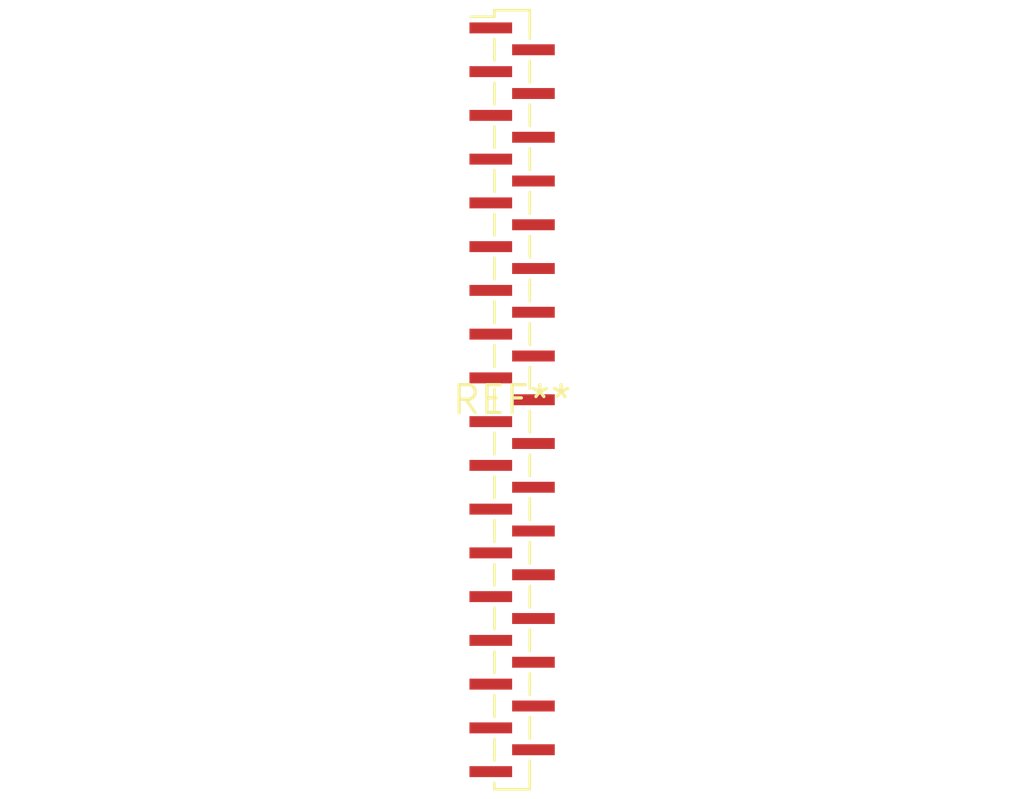
<source format=kicad_pcb>
(kicad_pcb (version 20240108) (generator pcbnew)
  (layers (0 "F.Cu" signal) (31 "B.Cu" signal) (34 "B.Paste" user) (35 "F.Paste" user) (36 "B.SilkS" user "B.Silkscreen") (37 "F.SilkS" user "F.Silkscreen") (38 "B.Mask" user) (39 "F.Mask" user) (44 "Edge.Cuts" user))
  (net 0 "")
  (footprint "PinSocket_1x35_P1.00mm_Vertical_SMD_Pin1Left" (layer "F.Cu") (at 0 0)
    (property "Reference" "REF**")
    (property "Value" "PinSocket_1x35_P1.00mm_Vertical_SMD_Pin1Left")
    (fp_line (start -1.89 -17.51) (end -0.81 -17.51) (layer "F.SilkS") (stroke (width 0.12)))
    (fp_line (start -0.81 -17.81) (end -0.81 -17.51) (layer "F.SilkS") (stroke (width 0.12)))
    (fp_line (start -0.81 -17.81) (end 0.81 -17.81) (layer "F.SilkS") (stroke (width 0.12)))
    (fp_line (start -0.81 -16.49) (end -0.81 -15.51) (layer "F.SilkS") (stroke (width 0.12)))
    (fp_line (start -0.81 -14.49) (end -0.81 -13.51) (layer "F.SilkS") (stroke (width 0.12)))
    (fp_line (start -0.81 -12.49) (end -0.81 -11.51) (layer "F.SilkS") (stroke (width 0.12)))
    (fp_line (start -0.81 -10.49) (end -0.81 -9.51) (layer "F.SilkS") (stroke (width 0.12)))
    (fp_line (start -0.81 -8.49) (end -0.81 -7.51) (layer "F.SilkS") (stroke (width 0.12)))
    (fp_line (start -0.81 -6.49) (end -0.81 -5.51) (layer "F.SilkS") (stroke (width 0.12)))
    (fp_line (start -0.81 -4.49) (end -0.81 -3.51) (layer "F.SilkS") (stroke (width 0.12)))
    (fp_line (start -0.81 -2.49) (end -0.81 -1.51) (layer "F.SilkS") (stroke (width 0.12)))
    (fp_line (start -0.81 -0.49) (end -0.81 0.49) (layer "F.SilkS") (stroke (width 0.12)))
    (fp_line (start -0.81 1.51) (end -0.81 2.49) (layer "F.SilkS") (stroke (width 0.12)))
    (fp_line (start -0.81 3.51) (end -0.81 4.49) (layer "F.SilkS") (stroke (width 0.12)))
    (fp_line (start -0.81 5.51) (end -0.81 6.49) (layer "F.SilkS") (stroke (width 0.12)))
    (fp_line (start -0.81 7.51) (end -0.81 8.49) (layer "F.SilkS") (stroke (width 0.12)))
    (fp_line (start -0.81 9.51) (end -0.81 10.49) (layer "F.SilkS") (stroke (width 0.12)))
    (fp_line (start -0.81 11.51) (end -0.81 12.49) (layer "F.SilkS") (stroke (width 0.12)))
    (fp_line (start -0.81 13.51) (end -0.81 14.49) (layer "F.SilkS") (stroke (width 0.12)))
    (fp_line (start -0.81 15.51) (end -0.81 16.49) (layer "F.SilkS") (stroke (width 0.12)))
    (fp_line (start -0.81 17.51) (end -0.81 17.81) (layer "F.SilkS") (stroke (width 0.12)))
    (fp_line (start -0.81 17.81) (end 0.81 17.81) (layer "F.SilkS") (stroke (width 0.12)))
    (fp_line (start 0.81 -17.81) (end 0.81 -16.51) (layer "F.SilkS") (stroke (width 0.12)))
    (fp_line (start 0.81 -15.49) (end 0.81 -14.51) (layer "F.SilkS") (stroke (width 0.12)))
    (fp_line (start 0.81 -13.49) (end 0.81 -12.51) (layer "F.SilkS") (stroke (width 0.12)))
    (fp_line (start 0.81 -11.49) (end 0.81 -10.51) (layer "F.SilkS") (stroke (width 0.12)))
    (fp_line (start 0.81 -9.49) (end 0.81 -8.51) (layer "F.SilkS") (stroke (width 0.12)))
    (fp_line (start 0.81 -7.49) (end 0.81 -6.51) (layer "F.SilkS") (stroke (width 0.12)))
    (fp_line (start 0.81 -5.49) (end 0.81 -4.51) (layer "F.SilkS") (stroke (width 0.12)))
    (fp_line (start 0.81 -3.49) (end 0.81 -2.51) (layer "F.SilkS") (stroke (width 0.12)))
    (fp_line (start 0.81 -1.49) (end 0.81 -0.51) (layer "F.SilkS") (stroke (width 0.12)))
    (fp_line (start 0.81 0.51) (end 0.81 1.49) (layer "F.SilkS") (stroke (width 0.12)))
    (fp_line (start 0.81 2.51) (end 0.81 3.49) (layer "F.SilkS") (stroke (width 0.12)))
    (fp_line (start 0.81 4.51) (end 0.81 5.49) (layer "F.SilkS") (stroke (width 0.12)))
    (fp_line (start 0.81 6.51) (end 0.81 7.49) (layer "F.SilkS") (stroke (width 0.12)))
    (fp_line (start 0.81 8.51) (end 0.81 9.49) (layer "F.SilkS") (stroke (width 0.12)))
    (fp_line (start 0.81 10.51) (end 0.81 11.49) (layer "F.SilkS") (stroke (width 0.12)))
    (fp_line (start 0.81 12.51) (end 0.81 13.49) (layer "F.SilkS") (stroke (width 0.12)))
    (fp_line (start 0.81 14.51) (end 0.81 15.49) (layer "F.SilkS") (stroke (width 0.12)))
    (fp_line (start 0.81 16.51) (end 0.81 17.81) (layer "F.SilkS") (stroke (width 0.12)))
    (pad "1" smd rect (at -0.975 -17) (size 1.95 0.5) (layers "F.Cu" "F.Paste" "F.Mask"))
    (pad "2" smd rect (at 0.975 -16) (size 1.95 0.5) (layers "F.Cu" "F.Paste" "F.Mask"))
    (pad "3" smd rect (at -0.975 -15) (size 1.95 0.5) (layers "F.Cu" "F.Paste" "F.Mask"))
    (pad "4" smd rect (at 0.975 -14) (size 1.95 0.5) (layers "F.Cu" "F.Paste" "F.Mask"))
    (pad "5" smd rect (at -0.975 -13) (size 1.95 0.5) (layers "F.Cu" "F.Paste" "F.Mask"))
    (pad "6" smd rect (at 0.975 -12) (size 1.95 0.5) (layers "F.Cu" "F.Paste" "F.Mask"))
    (pad "7" smd rect (at -0.975 -11) (size 1.95 0.5) (layers "F.Cu" "F.Paste" "F.Mask"))
    (pad "8" smd rect (at 0.975 -10) (size 1.95 0.5) (layers "F.Cu" "F.Paste" "F.Mask"))
    (pad "9" smd rect (at -0.975 -9) (size 1.95 0.5) (layers "F.Cu" "F.Paste" "F.Mask"))
    (pad "10" smd rect (at 0.975 -8) (size 1.95 0.5) (layers "F.Cu" "F.Paste" "F.Mask"))
    (pad "11" smd rect (at -0.975 -7) (size 1.95 0.5) (layers "F.Cu" "F.Paste" "F.Mask"))
    (pad "12" smd rect (at 0.975 -6) (size 1.95 0.5) (layers "F.Cu" "F.Paste" "F.Mask"))
    (pad "13" smd rect (at -0.975 -5) (size 1.95 0.5) (layers "F.Cu" "F.Paste" "F.Mask"))
    (pad "14" smd rect (at 0.975 -4) (size 1.95 0.5) (layers "F.Cu" "F.Paste" "F.Mask"))
    (pad "15" smd rect (at -0.975 -3) (size 1.95 0.5) (layers "F.Cu" "F.Paste" "F.Mask"))
    (pad "16" smd rect (at 0.975 -2) (size 1.95 0.5) (layers "F.Cu" "F.Paste" "F.Mask"))
    (pad "17" smd rect (at -0.975 -1) (size 1.95 0.5) (layers "F.Cu" "F.Paste" "F.Mask"))
    (pad "18" smd rect (at 0.975 0) (size 1.95 0.5) (layers "F.Cu" "F.Paste" "F.Mask"))
    (pad "19" smd rect (at -0.975 1) (size 1.95 0.5) (layers "F.Cu" "F.Paste" "F.Mask"))
    (pad "20" smd rect (at 0.975 2) (size 1.95 0.5) (layers "F.Cu" "F.Paste" "F.Mask"))
    (pad "21" smd rect (at -0.975 3) (size 1.95 0.5) (layers "F.Cu" "F.Paste" "F.Mask"))
    (pad "22" smd rect (at 0.975 4) (size 1.95 0.5) (layers "F.Cu" "F.Paste" "F.Mask"))
    (pad "23" smd rect (at -0.975 5) (size 1.95 0.5) (layers "F.Cu" "F.Paste" "F.Mask"))
    (pad "24" smd rect (at 0.975 6) (size 1.95 0.5) (layers "F.Cu" "F.Paste" "F.Mask"))
    (pad "25" smd rect (at -0.975 7) (size 1.95 0.5) (layers "F.Cu" "F.Paste" "F.Mask"))
    (pad "26" smd rect (at 0.975 8) (size 1.95 0.5) (layers "F.Cu" "F.Paste" "F.Mask"))
    (pad "27" smd rect (at -0.975 9) (size 1.95 0.5) (layers "F.Cu" "F.Paste" "F.Mask"))
    (pad "28" smd rect (at 0.975 10) (size 1.95 0.5) (layers "F.Cu" "F.Paste" "F.Mask"))
    (pad "29" smd rect (at -0.975 11) (size 1.95 0.5) (layers "F.Cu" "F.Paste" "F.Mask"))
    (pad "30" smd rect (at 0.975 12) (size 1.95 0.5) (layers "F.Cu" "F.Paste" "F.Mask"))
    (pad "31" smd rect (at -0.975 13) (size 1.95 0.5) (layers "F.Cu" "F.Paste" "F.Mask"))
    (pad "32" smd rect (at 0.975 14) (size 1.95 0.5) (layers "F.Cu" "F.Paste" "F.Mask"))
    (pad "33" smd rect (at -0.975 15) (size 1.95 0.5) (layers "F.Cu" "F.Paste" "F.Mask"))
    (pad "34" smd rect (at 0.975 16) (size 1.95 0.5) (layers "F.Cu" "F.Paste" "F.Mask"))
    (pad "35" smd rect (at -0.975 17) (size 1.95 0.5) (layers "F.Cu" "F.Paste" "F.Mask"))
  )
)
</source>
